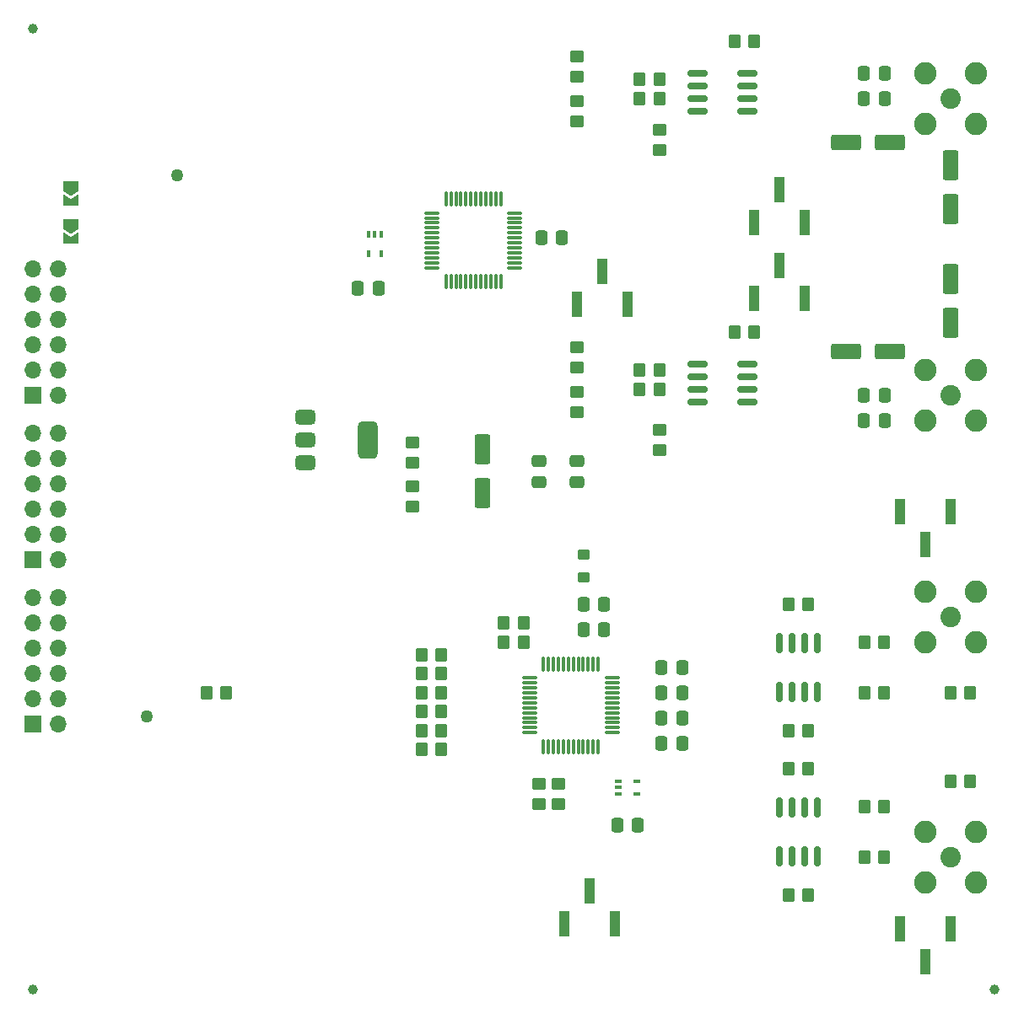
<source format=gts>
%TF.GenerationSoftware,KiCad,Pcbnew,8.0.0*%
%TF.CreationDate,2024-08-30T23:26:17+03:00*%
%TF.ProjectId,ML605_LPC_Board_wADC_DAC,4d4c3630-355f-44c5-9043-5f426f617264,rev?*%
%TF.SameCoordinates,Original*%
%TF.FileFunction,Soldermask,Top*%
%TF.FilePolarity,Negative*%
%FSLAX46Y46*%
G04 Gerber Fmt 4.6, Leading zero omitted, Abs format (unit mm)*
G04 Created by KiCad (PCBNEW 8.0.0) date 2024-08-30 23:26:17*
%MOMM*%
%LPD*%
G01*
G04 APERTURE LIST*
G04 Aperture macros list*
%AMRoundRect*
0 Rectangle with rounded corners*
0 $1 Rounding radius*
0 $2 $3 $4 $5 $6 $7 $8 $9 X,Y pos of 4 corners*
0 Add a 4 corners polygon primitive as box body*
4,1,4,$2,$3,$4,$5,$6,$7,$8,$9,$2,$3,0*
0 Add four circle primitives for the rounded corners*
1,1,$1+$1,$2,$3*
1,1,$1+$1,$4,$5*
1,1,$1+$1,$6,$7*
1,1,$1+$1,$8,$9*
0 Add four rect primitives between the rounded corners*
20,1,$1+$1,$2,$3,$4,$5,0*
20,1,$1+$1,$4,$5,$6,$7,0*
20,1,$1+$1,$6,$7,$8,$9,0*
20,1,$1+$1,$8,$9,$2,$3,0*%
%AMFreePoly0*
4,1,6,1.000000,0.000000,0.500000,-0.750000,-0.500000,-0.750000,-0.500000,0.750000,0.500000,0.750000,1.000000,0.000000,1.000000,0.000000,$1*%
%AMFreePoly1*
4,1,6,0.500000,-0.750000,-0.650000,-0.750000,-0.150000,0.000000,-0.650000,0.750000,0.500000,0.750000,0.500000,-0.750000,0.500000,-0.750000,$1*%
G04 Aperture macros list end*
%ADD10RoundRect,0.250000X-0.337500X-0.475000X0.337500X-0.475000X0.337500X0.475000X-0.337500X0.475000X0*%
%ADD11RoundRect,0.250000X0.350000X0.450000X-0.350000X0.450000X-0.350000X-0.450000X0.350000X-0.450000X0*%
%ADD12RoundRect,0.250000X0.337500X0.475000X-0.337500X0.475000X-0.337500X-0.475000X0.337500X-0.475000X0*%
%ADD13R,1.000000X2.510000*%
%ADD14RoundRect,0.250000X0.450000X-0.350000X0.450000X0.350000X-0.450000X0.350000X-0.450000X-0.350000X0*%
%ADD15C,1.000000*%
%ADD16RoundRect,0.250000X-0.450000X0.350000X-0.450000X-0.350000X0.450000X-0.350000X0.450000X0.350000X0*%
%ADD17C,2.050000*%
%ADD18C,2.250000*%
%ADD19RoundRect,0.250000X-0.550000X1.250000X-0.550000X-1.250000X0.550000X-1.250000X0.550000X1.250000X0*%
%ADD20RoundRect,0.250000X-0.350000X-0.450000X0.350000X-0.450000X0.350000X0.450000X-0.350000X0.450000X0*%
%ADD21RoundRect,0.250000X-0.475000X0.337500X-0.475000X-0.337500X0.475000X-0.337500X0.475000X0.337500X0*%
%ADD22RoundRect,0.100000X-0.100000X0.225000X-0.100000X-0.225000X0.100000X-0.225000X0.100000X0.225000X0*%
%ADD23RoundRect,0.375000X-0.625000X-0.375000X0.625000X-0.375000X0.625000X0.375000X-0.625000X0.375000X0*%
%ADD24RoundRect,0.500000X-0.500000X-1.400000X0.500000X-1.400000X0.500000X1.400000X-0.500000X1.400000X0*%
%ADD25RoundRect,0.250000X-1.250000X-0.550000X1.250000X-0.550000X1.250000X0.550000X-1.250000X0.550000X0*%
%ADD26RoundRect,0.075000X-0.075000X0.662500X-0.075000X-0.662500X0.075000X-0.662500X0.075000X0.662500X0*%
%ADD27RoundRect,0.075000X-0.662500X0.075000X-0.662500X-0.075000X0.662500X-0.075000X0.662500X0.075000X0*%
%ADD28R,1.700000X1.700000*%
%ADD29O,1.700000X1.700000*%
%ADD30RoundRect,0.100000X-0.225000X-0.100000X0.225000X-0.100000X0.225000X0.100000X-0.225000X0.100000X0*%
%ADD31FreePoly0,270.000000*%
%ADD32FreePoly1,270.000000*%
%ADD33RoundRect,0.150000X-0.825000X-0.150000X0.825000X-0.150000X0.825000X0.150000X-0.825000X0.150000X0*%
%ADD34RoundRect,0.250000X-0.350000X0.275000X-0.350000X-0.275000X0.350000X-0.275000X0.350000X0.275000X0*%
%ADD35RoundRect,0.250000X0.550000X-1.250000X0.550000X1.250000X-0.550000X1.250000X-0.550000X-1.250000X0*%
%ADD36RoundRect,0.150000X-0.150000X0.825000X-0.150000X-0.825000X0.150000X-0.825000X0.150000X0.825000X0*%
%ADD37C,1.270000*%
G04 APERTURE END LIST*
D10*
%TO.C,C38*%
X109522500Y-77610000D03*
X111597500Y-77610000D03*
%TD*%
%TO.C,C29*%
X160322500Y-88405000D03*
X162397500Y-88405000D03*
%TD*%
D11*
%TO.C,R40*%
X139770000Y-56655000D03*
X137770000Y-56655000D03*
%TD*%
D12*
%TO.C,C14*%
X142077500Y-118250000D03*
X140002500Y-118250000D03*
%TD*%
D10*
%TO.C,C12*%
X140002500Y-120790000D03*
X142077500Y-120790000D03*
%TD*%
D11*
%TO.C,R5*%
X117910000Y-116345000D03*
X115910000Y-116345000D03*
%TD*%
%TO.C,R3*%
X117910000Y-114440000D03*
X115910000Y-114440000D03*
%TD*%
D13*
%TO.C,J14*%
X168980000Y-141995000D03*
X166440000Y-145305000D03*
X163900000Y-141995000D03*
%TD*%
D14*
%TO.C,R45*%
X139770000Y-93850000D03*
X139770000Y-91850000D03*
%TD*%
D15*
%TO.C,FID2*%
X173425000Y-148095000D03*
%TD*%
D10*
%TO.C,C37*%
X135557500Y-131585000D03*
X137632500Y-131585000D03*
%TD*%
D11*
%TO.C,R41*%
X139770000Y-58560000D03*
X137770000Y-58560000D03*
%TD*%
D16*
%TO.C,R39*%
X131515000Y-88040000D03*
X131515000Y-90040000D03*
%TD*%
%TO.C,R16*%
X127705000Y-127410000D03*
X127705000Y-129410000D03*
%TD*%
D14*
%TO.C,R38*%
X131515000Y-85595000D03*
X131515000Y-83595000D03*
%TD*%
D11*
%TO.C,R11*%
X117910000Y-122060000D03*
X115910000Y-122060000D03*
%TD*%
D17*
%TO.C,J8*%
X168980000Y-58560000D03*
D18*
X166440000Y-56020000D03*
X166440000Y-61100000D03*
X171520000Y-56020000D03*
X171520000Y-61100000D03*
%TD*%
D19*
%TO.C,C1*%
X121990000Y-93825000D03*
X121990000Y-98225000D03*
%TD*%
D20*
%TO.C,R48*%
X94320000Y-118250000D03*
X96320000Y-118250000D03*
%TD*%
D15*
%TO.C,FID1*%
X76905000Y-51575000D03*
%TD*%
D11*
%TO.C,R30*%
X162360000Y-118250000D03*
X160360000Y-118250000D03*
%TD*%
D10*
%TO.C,C4*%
X132150000Y-111900000D03*
X134225000Y-111900000D03*
%TD*%
D13*
%TO.C,J2*%
X130245000Y-141495000D03*
X132785000Y-138185000D03*
X135325000Y-141495000D03*
%TD*%
D11*
%TO.C,R26*%
X154740000Y-122060000D03*
X152740000Y-122060000D03*
%TD*%
%TO.C,R43*%
X139770000Y-87770000D03*
X137770000Y-87770000D03*
%TD*%
D21*
%TO.C,C2*%
X127705000Y-94987500D03*
X127705000Y-97062500D03*
%TD*%
D13*
%TO.C,J6*%
X149295000Y-71010000D03*
X151835000Y-67700000D03*
X154375000Y-71010000D03*
%TD*%
D22*
%TO.C,U2*%
X111845000Y-72215000D03*
X111195000Y-72215000D03*
X110545000Y-72215000D03*
X110545000Y-74115000D03*
X111845000Y-74115000D03*
%TD*%
D11*
%TO.C,R28*%
X162360000Y-134760000D03*
X160360000Y-134760000D03*
%TD*%
D20*
%TO.C,R46*%
X147295000Y-52845000D03*
X149295000Y-52845000D03*
%TD*%
D23*
%TO.C,U3*%
X104235000Y-90550000D03*
X104235000Y-92850000D03*
D24*
X110535000Y-92850000D03*
D23*
X104235000Y-95150000D03*
%TD*%
D11*
%TO.C,R25*%
X154740000Y-125870000D03*
X152740000Y-125870000D03*
%TD*%
D16*
%TO.C,R20*%
X129610000Y-127410000D03*
X129610000Y-129410000D03*
%TD*%
D25*
%TO.C,C24*%
X158525000Y-63005000D03*
X162925000Y-63005000D03*
%TD*%
D17*
%TO.C,J9*%
X168980000Y-88405000D03*
D18*
X166440000Y-85865000D03*
X166440000Y-90945000D03*
X171520000Y-85865000D03*
X171520000Y-90945000D03*
%TD*%
D20*
%TO.C,R15*%
X124165000Y-113170000D03*
X126165000Y-113170000D03*
%TD*%
D26*
%TO.C,IC1*%
X133630000Y-115357500D03*
X133130000Y-115357500D03*
X132630000Y-115357500D03*
X132130000Y-115357500D03*
X131630000Y-115357500D03*
X131130000Y-115357500D03*
X130630000Y-115357500D03*
X130130000Y-115357500D03*
X129630000Y-115357500D03*
X129130000Y-115357500D03*
X128630000Y-115357500D03*
X128130000Y-115357500D03*
D27*
X126717500Y-116770000D03*
X126717500Y-117270000D03*
X126717500Y-117770000D03*
X126717500Y-118270000D03*
X126717500Y-118770000D03*
X126717500Y-119270000D03*
X126717500Y-119770000D03*
X126717500Y-120270000D03*
X126717500Y-120770000D03*
X126717500Y-121270000D03*
X126717500Y-121770000D03*
X126717500Y-122270000D03*
D26*
X128130000Y-123682500D03*
X128630000Y-123682500D03*
X129130000Y-123682500D03*
X129630000Y-123682500D03*
X130130000Y-123682500D03*
X130630000Y-123682500D03*
X131130000Y-123682500D03*
X131630000Y-123682500D03*
X132130000Y-123682500D03*
X132630000Y-123682500D03*
X133130000Y-123682500D03*
X133630000Y-123682500D03*
D27*
X135042500Y-122270000D03*
X135042500Y-121770000D03*
X135042500Y-121270000D03*
X135042500Y-120770000D03*
X135042500Y-120270000D03*
X135042500Y-119770000D03*
X135042500Y-119270000D03*
X135042500Y-118770000D03*
X135042500Y-118270000D03*
X135042500Y-117770000D03*
X135042500Y-117270000D03*
X135042500Y-116770000D03*
%TD*%
D11*
%TO.C,R42*%
X139770000Y-85865000D03*
X137770000Y-85865000D03*
%TD*%
D14*
%TO.C,R36*%
X131515000Y-56385000D03*
X131515000Y-54385000D03*
%TD*%
D11*
%TO.C,R7*%
X117910000Y-118250000D03*
X115910000Y-118250000D03*
%TD*%
D12*
%TO.C,C30*%
X162397500Y-90945000D03*
X160322500Y-90945000D03*
%TD*%
D15*
%TO.C,FID3*%
X76905000Y-148095000D03*
%TD*%
D19*
%TO.C,C27*%
X168980000Y-76680000D03*
X168980000Y-81080000D03*
%TD*%
D20*
%TO.C,R19*%
X124165000Y-111265000D03*
X126165000Y-111265000D03*
%TD*%
D10*
%TO.C,C5*%
X132150000Y-109360000D03*
X134225000Y-109360000D03*
%TD*%
D16*
%TO.C,R37*%
X131515000Y-58830000D03*
X131515000Y-60830000D03*
%TD*%
D28*
%TO.C,J10*%
X76905000Y-121425000D03*
D29*
X79445000Y-121425000D03*
X76905000Y-118885000D03*
X79445000Y-118885000D03*
X76905000Y-116345000D03*
X79445000Y-116345000D03*
X76905000Y-113805000D03*
X79445000Y-113805000D03*
X76905000Y-111265000D03*
X79445000Y-111265000D03*
X76905000Y-108725000D03*
X79445000Y-108725000D03*
%TD*%
D11*
%TO.C,R27*%
X154740000Y-109360000D03*
X152740000Y-109360000D03*
%TD*%
D12*
%TO.C,C26*%
X162397500Y-56020000D03*
X160322500Y-56020000D03*
%TD*%
D26*
%TO.C,IC4*%
X123855000Y-68650000D03*
X123355000Y-68650000D03*
X122855000Y-68650000D03*
X122355000Y-68650000D03*
X121855000Y-68650000D03*
X121355000Y-68650000D03*
X120855000Y-68650000D03*
X120355000Y-68650000D03*
X119855000Y-68650000D03*
X119355000Y-68650000D03*
X118855000Y-68650000D03*
X118355000Y-68650000D03*
D27*
X116942500Y-70062500D03*
X116942500Y-70562500D03*
X116942500Y-71062500D03*
X116942500Y-71562500D03*
X116942500Y-72062500D03*
X116942500Y-72562500D03*
X116942500Y-73062500D03*
X116942500Y-73562500D03*
X116942500Y-74062500D03*
X116942500Y-74562500D03*
X116942500Y-75062500D03*
X116942500Y-75562500D03*
D26*
X118355000Y-76975000D03*
X118855000Y-76975000D03*
X119355000Y-76975000D03*
X119855000Y-76975000D03*
X120355000Y-76975000D03*
X120855000Y-76975000D03*
X121355000Y-76975000D03*
X121855000Y-76975000D03*
X122355000Y-76975000D03*
X122855000Y-76975000D03*
X123355000Y-76975000D03*
X123855000Y-76975000D03*
D27*
X125267500Y-75562500D03*
X125267500Y-75062500D03*
X125267500Y-74562500D03*
X125267500Y-74062500D03*
X125267500Y-73562500D03*
X125267500Y-73062500D03*
X125267500Y-72562500D03*
X125267500Y-72062500D03*
X125267500Y-71562500D03*
X125267500Y-71062500D03*
X125267500Y-70562500D03*
X125267500Y-70062500D03*
%TD*%
D20*
%TO.C,R32*%
X168980000Y-118250000D03*
X170980000Y-118250000D03*
%TD*%
D10*
%TO.C,C13*%
X140002500Y-115710000D03*
X142077500Y-115710000D03*
%TD*%
D30*
%TO.C,U1*%
X135645000Y-127125000D03*
X135645000Y-127775000D03*
X135645000Y-128425000D03*
X137545000Y-128425000D03*
X137545000Y-127125000D03*
%TD*%
D13*
%TO.C,J7*%
X149295000Y-78630000D03*
X151835000Y-75320000D03*
X154375000Y-78630000D03*
%TD*%
D21*
%TO.C,C3*%
X131515000Y-94987500D03*
X131515000Y-97062500D03*
%TD*%
D16*
%TO.C,R2*%
X115005000Y-97565000D03*
X115005000Y-99565000D03*
%TD*%
D31*
%TO.C,JP2*%
X80715000Y-67360000D03*
D32*
X80715000Y-68810000D03*
%TD*%
D17*
%TO.C,J5*%
X168980000Y-110630000D03*
D18*
X166440000Y-108090000D03*
X166440000Y-113170000D03*
X171520000Y-108090000D03*
X171520000Y-113170000D03*
%TD*%
D33*
%TO.C,U4*%
X143645000Y-56020000D03*
X143645000Y-57290000D03*
X143645000Y-58560000D03*
X143645000Y-59830000D03*
X148595000Y-59830000D03*
X148595000Y-58560000D03*
X148595000Y-57290000D03*
X148595000Y-56020000D03*
%TD*%
D13*
%TO.C,J3*%
X131515000Y-79265000D03*
X134055000Y-75955000D03*
X136595000Y-79265000D03*
%TD*%
D14*
%TO.C,R44*%
X139770000Y-63735000D03*
X139770000Y-61735000D03*
%TD*%
D11*
%TO.C,R24*%
X154740000Y-138570000D03*
X152740000Y-138570000D03*
%TD*%
D10*
%TO.C,C25*%
X160322500Y-58560000D03*
X162397500Y-58560000D03*
%TD*%
D11*
%TO.C,R9*%
X117910000Y-120155000D03*
X115910000Y-120155000D03*
%TD*%
D34*
%TO.C,L1*%
X132150000Y-104400000D03*
X132150000Y-106700000D03*
%TD*%
D11*
%TO.C,R13*%
X117910000Y-123965000D03*
X115910000Y-123965000D03*
%TD*%
D17*
%TO.C,J4*%
X168980000Y-134760000D03*
D18*
X166440000Y-132220000D03*
X166440000Y-137300000D03*
X171520000Y-132220000D03*
X171520000Y-137300000D03*
%TD*%
D31*
%TO.C,JP1*%
X80715000Y-71170000D03*
D32*
X80715000Y-72620000D03*
%TD*%
D35*
%TO.C,C23*%
X168980000Y-69650000D03*
X168980000Y-65250000D03*
%TD*%
D28*
%TO.C,J12*%
X76905000Y-88405000D03*
D29*
X79445000Y-88405000D03*
X76905000Y-85865000D03*
X79445000Y-85865000D03*
X76905000Y-83325000D03*
X79445000Y-83325000D03*
X76905000Y-80785000D03*
X79445000Y-80785000D03*
X76905000Y-78245000D03*
X79445000Y-78245000D03*
X76905000Y-75705000D03*
X79445000Y-75705000D03*
%TD*%
D13*
%TO.C,J13*%
X168980000Y-100085000D03*
X166440000Y-103395000D03*
X163900000Y-100085000D03*
%TD*%
D11*
%TO.C,R29*%
X162360000Y-129680000D03*
X160360000Y-129680000D03*
%TD*%
D33*
%TO.C,U5*%
X143645000Y-85230000D03*
X143645000Y-86500000D03*
X143645000Y-87770000D03*
X143645000Y-89040000D03*
X148595000Y-89040000D03*
X148595000Y-87770000D03*
X148595000Y-86500000D03*
X148595000Y-85230000D03*
%TD*%
D20*
%TO.C,R33*%
X168980000Y-127140000D03*
X170980000Y-127140000D03*
%TD*%
D36*
%TO.C,IC3*%
X155645000Y-113235000D03*
X154375000Y-113235000D03*
X153105000Y-113235000D03*
X151835000Y-113235000D03*
X151835000Y-118185000D03*
X153105000Y-118185000D03*
X154375000Y-118185000D03*
X155645000Y-118185000D03*
%TD*%
D28*
%TO.C,J11*%
X76885000Y-104890000D03*
D29*
X79425000Y-104890000D03*
X76885000Y-102350000D03*
X79425000Y-102350000D03*
X76885000Y-99810000D03*
X79425000Y-99810000D03*
X76885000Y-97270000D03*
X79425000Y-97270000D03*
X76885000Y-94730000D03*
X79425000Y-94730000D03*
X76885000Y-92190000D03*
X79425000Y-92190000D03*
%TD*%
D16*
%TO.C,R1*%
X115005000Y-93120000D03*
X115005000Y-95120000D03*
%TD*%
D20*
%TO.C,R47*%
X147295000Y-82055000D03*
X149295000Y-82055000D03*
%TD*%
D25*
%TO.C,C28*%
X158525000Y-83960000D03*
X162925000Y-83960000D03*
%TD*%
D11*
%TO.C,R31*%
X162360000Y-113170000D03*
X160360000Y-113170000D03*
%TD*%
D10*
%TO.C,C15*%
X140002500Y-123330000D03*
X142077500Y-123330000D03*
%TD*%
%TO.C,C18*%
X127937500Y-72530000D03*
X130012500Y-72530000D03*
%TD*%
D36*
%TO.C,IC2*%
X155645000Y-129745000D03*
X154375000Y-129745000D03*
X153105000Y-129745000D03*
X151835000Y-129745000D03*
X151835000Y-134695000D03*
X153105000Y-134695000D03*
X154375000Y-134695000D03*
X155645000Y-134695000D03*
%TD*%
D37*
%TO.C,J1*%
X91385000Y-66294000D03*
X88335000Y-120674000D03*
%TD*%
M02*

</source>
